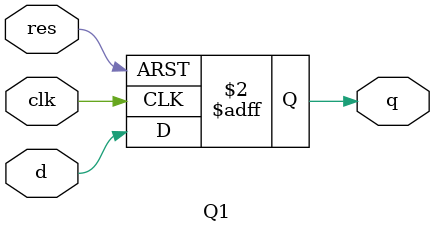
<source format=v>
module Q1(d, res, clk, q);
    input d, res, clk;
    output reg q;
    always@(posedge clk or posedge res)
        if(res)
            q <= 0;
        else
            q <=d;
endmodule
</source>
